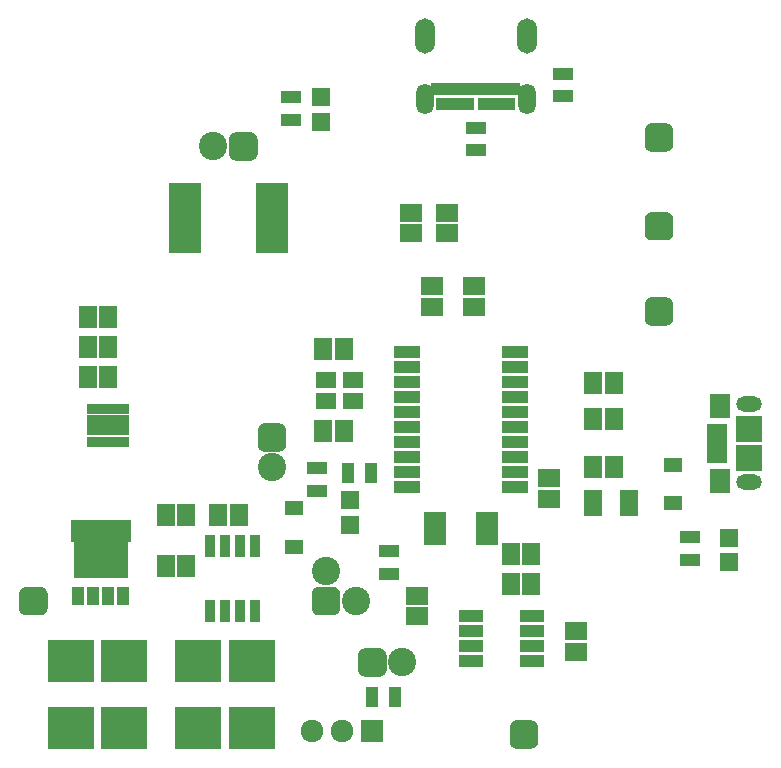
<source format=gbr>
G04 #@! TF.GenerationSoftware,KiCad,Pcbnew,(5.0.0)*
G04 #@! TF.CreationDate,2020-08-04T09:55:42-04:00*
G04 #@! TF.ProjectId,Lighting,4C69676874696E672E6B696361645F70,1*
G04 #@! TF.SameCoordinates,Original*
G04 #@! TF.FileFunction,Soldermask,Top*
G04 #@! TF.FilePolarity,Negative*
%FSLAX46Y46*%
G04 Gerber Fmt 4.6, Leading zero omitted, Abs format (unit mm)*
G04 Created by KiCad (PCBNEW (5.0.0)) date 08/04/20 09:55:42*
%MOMM*%
%LPD*%
G01*
G04 APERTURE LIST*
%ADD10R,2.700000X6.000000*%
%ADD11O,2.200000X1.300000*%
%ADD12R,2.300000X2.300000*%
%ADD13R,1.800000X2.000000*%
%ADD14R,1.750000X0.800000*%
%ADD15R,1.870000X1.560000*%
%ADD16R,1.600000X1.600000*%
%ADD17R,3.650000X1.700000*%
%ADD18R,3.650000X0.880000*%
%ADD19C,2.400000*%
%ADD20C,0.100000*%
%ADD21R,5.100000X1.900000*%
%ADD22R,4.600000X3.500000*%
%ADD23R,1.100000X1.550000*%
%ADD24R,1.700000X1.100000*%
%ADD25R,1.100000X1.700000*%
%ADD26R,3.950000X3.600000*%
%ADD27C,1.924000*%
%ADD28R,1.924000X1.924000*%
%ADD29R,1.700000X1.450000*%
%ADD30R,0.968000X1.854899*%
%ADD31R,1.560000X1.870000*%
%ADD32O,1.700000X3.000000*%
%ADD33O,1.500000X2.600000*%
%ADD34R,1.400000X1.100000*%
%ADD35R,0.700000X1.100000*%
%ADD36R,1.500000X2.300000*%
%ADD37R,2.110000X1.010000*%
%ADD38R,2.300000X1.000000*%
%ADD39R,1.620000X1.310000*%
%ADD40R,1.850000X0.850000*%
G04 APERTURE END LIST*
D10*
G04 #@! TO.C,R11*
X220455000Y-77470000D03*
X227855000Y-77470000D03*
G04 #@! TD*
D11*
G04 #@! TO.C,J2*
X268224000Y-93220000D03*
X268224000Y-99820000D03*
D12*
X268224000Y-95320000D03*
X268224000Y-97720000D03*
D13*
X265774000Y-93320000D03*
X265774000Y-99720000D03*
D14*
X265549000Y-95220000D03*
X265549000Y-95870000D03*
X265549000Y-96520000D03*
X265549000Y-97170000D03*
X265549000Y-97820000D03*
G04 #@! TD*
D15*
G04 #@! TO.C,C12*
X253619000Y-114159000D03*
X253619000Y-112409000D03*
G04 #@! TD*
D16*
G04 #@! TO.C,D5*
X234442000Y-101346000D03*
X234442000Y-103446000D03*
G04 #@! TD*
G04 #@! TO.C,D6*
X266500017Y-104492488D03*
X266500017Y-106592488D03*
G04 #@! TD*
D17*
G04 #@! TO.C,D7*
X214000000Y-95000000D03*
D18*
X214000000Y-96390000D03*
X214000000Y-93610000D03*
G04 #@! TD*
D16*
G04 #@! TO.C,D8*
X232018567Y-67194571D03*
X232018567Y-69294571D03*
G04 #@! TD*
D19*
G04 #@! TO.C,JP1*
X227838000Y-98552000D03*
D20*
G36*
X228496810Y-94814889D02*
X228555054Y-94823529D01*
X228612171Y-94837836D01*
X228667610Y-94857672D01*
X228720838Y-94882847D01*
X228771342Y-94913118D01*
X228818636Y-94948194D01*
X228862264Y-94987736D01*
X228901806Y-95031364D01*
X228936882Y-95078658D01*
X228967153Y-95129162D01*
X228992328Y-95182390D01*
X229012164Y-95237829D01*
X229026471Y-95294946D01*
X229035111Y-95353190D01*
X229038000Y-95412000D01*
X229038000Y-96612000D01*
X229035111Y-96670810D01*
X229026471Y-96729054D01*
X229012164Y-96786171D01*
X228992328Y-96841610D01*
X228967153Y-96894838D01*
X228936882Y-96945342D01*
X228901806Y-96992636D01*
X228862264Y-97036264D01*
X228818636Y-97075806D01*
X228771342Y-97110882D01*
X228720838Y-97141153D01*
X228667610Y-97166328D01*
X228612171Y-97186164D01*
X228555054Y-97200471D01*
X228496810Y-97209111D01*
X228438000Y-97212000D01*
X227238000Y-97212000D01*
X227179190Y-97209111D01*
X227120946Y-97200471D01*
X227063829Y-97186164D01*
X227008390Y-97166328D01*
X226955162Y-97141153D01*
X226904658Y-97110882D01*
X226857364Y-97075806D01*
X226813736Y-97036264D01*
X226774194Y-96992636D01*
X226739118Y-96945342D01*
X226708847Y-96894838D01*
X226683672Y-96841610D01*
X226663836Y-96786171D01*
X226649529Y-96729054D01*
X226640889Y-96670810D01*
X226638000Y-96612000D01*
X226638000Y-95412000D01*
X226640889Y-95353190D01*
X226649529Y-95294946D01*
X226663836Y-95237829D01*
X226683672Y-95182390D01*
X226708847Y-95129162D01*
X226739118Y-95078658D01*
X226774194Y-95031364D01*
X226813736Y-94987736D01*
X226857364Y-94948194D01*
X226904658Y-94913118D01*
X226955162Y-94882847D01*
X227008390Y-94857672D01*
X227063829Y-94837836D01*
X227120946Y-94823529D01*
X227179190Y-94814889D01*
X227238000Y-94812000D01*
X228438000Y-94812000D01*
X228496810Y-94814889D01*
X228496810Y-94814889D01*
G37*
D19*
X227838000Y-96012000D03*
G04 #@! TD*
G04 #@! TO.C,JP2*
X238887000Y-115062000D03*
D20*
G36*
X237005810Y-113864889D02*
X237064054Y-113873529D01*
X237121171Y-113887836D01*
X237176610Y-113907672D01*
X237229838Y-113932847D01*
X237280342Y-113963118D01*
X237327636Y-113998194D01*
X237371264Y-114037736D01*
X237410806Y-114081364D01*
X237445882Y-114128658D01*
X237476153Y-114179162D01*
X237501328Y-114232390D01*
X237521164Y-114287829D01*
X237535471Y-114344946D01*
X237544111Y-114403190D01*
X237547000Y-114462000D01*
X237547000Y-115662000D01*
X237544111Y-115720810D01*
X237535471Y-115779054D01*
X237521164Y-115836171D01*
X237501328Y-115891610D01*
X237476153Y-115944838D01*
X237445882Y-115995342D01*
X237410806Y-116042636D01*
X237371264Y-116086264D01*
X237327636Y-116125806D01*
X237280342Y-116160882D01*
X237229838Y-116191153D01*
X237176610Y-116216328D01*
X237121171Y-116236164D01*
X237064054Y-116250471D01*
X237005810Y-116259111D01*
X236947000Y-116262000D01*
X235747000Y-116262000D01*
X235688190Y-116259111D01*
X235629946Y-116250471D01*
X235572829Y-116236164D01*
X235517390Y-116216328D01*
X235464162Y-116191153D01*
X235413658Y-116160882D01*
X235366364Y-116125806D01*
X235322736Y-116086264D01*
X235283194Y-116042636D01*
X235248118Y-115995342D01*
X235217847Y-115944838D01*
X235192672Y-115891610D01*
X235172836Y-115836171D01*
X235158529Y-115779054D01*
X235149889Y-115720810D01*
X235147000Y-115662000D01*
X235147000Y-114462000D01*
X235149889Y-114403190D01*
X235158529Y-114344946D01*
X235172836Y-114287829D01*
X235192672Y-114232390D01*
X235217847Y-114179162D01*
X235248118Y-114128658D01*
X235283194Y-114081364D01*
X235322736Y-114037736D01*
X235366364Y-113998194D01*
X235413658Y-113963118D01*
X235464162Y-113932847D01*
X235517390Y-113907672D01*
X235572829Y-113887836D01*
X235629946Y-113873529D01*
X235688190Y-113864889D01*
X235747000Y-113862000D01*
X236947000Y-113862000D01*
X237005810Y-113864889D01*
X237005810Y-113864889D01*
G37*
D19*
X236347000Y-115062000D03*
G04 #@! TD*
G04 #@! TO.C,JP5*
X222885000Y-71374000D03*
D20*
G36*
X226083810Y-70176889D02*
X226142054Y-70185529D01*
X226199171Y-70199836D01*
X226254610Y-70219672D01*
X226307838Y-70244847D01*
X226358342Y-70275118D01*
X226405636Y-70310194D01*
X226449264Y-70349736D01*
X226488806Y-70393364D01*
X226523882Y-70440658D01*
X226554153Y-70491162D01*
X226579328Y-70544390D01*
X226599164Y-70599829D01*
X226613471Y-70656946D01*
X226622111Y-70715190D01*
X226625000Y-70774000D01*
X226625000Y-71974000D01*
X226622111Y-72032810D01*
X226613471Y-72091054D01*
X226599164Y-72148171D01*
X226579328Y-72203610D01*
X226554153Y-72256838D01*
X226523882Y-72307342D01*
X226488806Y-72354636D01*
X226449264Y-72398264D01*
X226405636Y-72437806D01*
X226358342Y-72472882D01*
X226307838Y-72503153D01*
X226254610Y-72528328D01*
X226199171Y-72548164D01*
X226142054Y-72562471D01*
X226083810Y-72571111D01*
X226025000Y-72574000D01*
X224825000Y-72574000D01*
X224766190Y-72571111D01*
X224707946Y-72562471D01*
X224650829Y-72548164D01*
X224595390Y-72528328D01*
X224542162Y-72503153D01*
X224491658Y-72472882D01*
X224444364Y-72437806D01*
X224400736Y-72398264D01*
X224361194Y-72354636D01*
X224326118Y-72307342D01*
X224295847Y-72256838D01*
X224270672Y-72203610D01*
X224250836Y-72148171D01*
X224236529Y-72091054D01*
X224227889Y-72032810D01*
X224225000Y-71974000D01*
X224225000Y-70774000D01*
X224227889Y-70715190D01*
X224236529Y-70656946D01*
X224250836Y-70599829D01*
X224270672Y-70544390D01*
X224295847Y-70491162D01*
X224326118Y-70440658D01*
X224361194Y-70393364D01*
X224400736Y-70349736D01*
X224444364Y-70310194D01*
X224491658Y-70275118D01*
X224542162Y-70244847D01*
X224595390Y-70219672D01*
X224650829Y-70199836D01*
X224707946Y-70185529D01*
X224766190Y-70176889D01*
X224825000Y-70174000D01*
X226025000Y-70174000D01*
X226083810Y-70176889D01*
X226083810Y-70176889D01*
G37*
D19*
X225425000Y-71374000D03*
G04 #@! TD*
D21*
G04 #@! TO.C,Q1*
X213360000Y-103930000D03*
D22*
X213360000Y-106230000D03*
D23*
X213995000Y-109405000D03*
X212725000Y-109405000D03*
X215265000Y-109405000D03*
X211455000Y-109405000D03*
G04 #@! TD*
D24*
G04 #@! TO.C,R1*
X231648000Y-98618000D03*
X231648000Y-100518000D03*
G04 #@! TD*
G04 #@! TO.C,R2*
X252476000Y-67117000D03*
X252476000Y-65217000D03*
G04 #@! TD*
G04 #@! TO.C,R3*
X245110000Y-71689000D03*
X245110000Y-69789000D03*
G04 #@! TD*
G04 #@! TO.C,R4*
X237744000Y-107564000D03*
X237744000Y-105664000D03*
G04 #@! TD*
D25*
G04 #@! TO.C,R5*
X236347000Y-117983000D03*
X238247000Y-117983000D03*
G04 #@! TD*
G04 #@! TO.C,R13*
X234315000Y-99060000D03*
X236215000Y-99060000D03*
G04 #@! TD*
D26*
G04 #@! TO.C,R18*
X210800090Y-114949116D03*
X215350090Y-114949116D03*
G04 #@! TD*
G04 #@! TO.C,R19*
X221615000Y-114935000D03*
X226165000Y-114935000D03*
G04 #@! TD*
D24*
G04 #@! TO.C,R20*
X263271000Y-104465488D03*
X263271000Y-106365488D03*
G04 #@! TD*
D26*
G04 #@! TO.C,R21*
X210800090Y-120650000D03*
X215350090Y-120650000D03*
G04 #@! TD*
G04 #@! TO.C,R22*
X221615000Y-120650000D03*
X226165000Y-120650000D03*
G04 #@! TD*
D24*
G04 #@! TO.C,R23*
X229478567Y-67208400D03*
X229478567Y-69108400D03*
G04 #@! TD*
D27*
G04 #@! TO.C,RV1*
X231267000Y-120904000D03*
X233807000Y-120904000D03*
D28*
X236347000Y-120904000D03*
G04 #@! TD*
D20*
G04 #@! TO.C,TP2*
G36*
X261262810Y-84146889D02*
X261321054Y-84155529D01*
X261378171Y-84169836D01*
X261433610Y-84189672D01*
X261486838Y-84214847D01*
X261537342Y-84245118D01*
X261584636Y-84280194D01*
X261628264Y-84319736D01*
X261667806Y-84363364D01*
X261702882Y-84410658D01*
X261733153Y-84461162D01*
X261758328Y-84514390D01*
X261778164Y-84569829D01*
X261792471Y-84626946D01*
X261801111Y-84685190D01*
X261804000Y-84744000D01*
X261804000Y-85944000D01*
X261801111Y-86002810D01*
X261792471Y-86061054D01*
X261778164Y-86118171D01*
X261758328Y-86173610D01*
X261733153Y-86226838D01*
X261702882Y-86277342D01*
X261667806Y-86324636D01*
X261628264Y-86368264D01*
X261584636Y-86407806D01*
X261537342Y-86442882D01*
X261486838Y-86473153D01*
X261433610Y-86498328D01*
X261378171Y-86518164D01*
X261321054Y-86532471D01*
X261262810Y-86541111D01*
X261204000Y-86544000D01*
X260004000Y-86544000D01*
X259945190Y-86541111D01*
X259886946Y-86532471D01*
X259829829Y-86518164D01*
X259774390Y-86498328D01*
X259721162Y-86473153D01*
X259670658Y-86442882D01*
X259623364Y-86407806D01*
X259579736Y-86368264D01*
X259540194Y-86324636D01*
X259505118Y-86277342D01*
X259474847Y-86226838D01*
X259449672Y-86173610D01*
X259429836Y-86118171D01*
X259415529Y-86061054D01*
X259406889Y-86002810D01*
X259404000Y-85944000D01*
X259404000Y-84744000D01*
X259406889Y-84685190D01*
X259415529Y-84626946D01*
X259429836Y-84569829D01*
X259449672Y-84514390D01*
X259474847Y-84461162D01*
X259505118Y-84410658D01*
X259540194Y-84363364D01*
X259579736Y-84319736D01*
X259623364Y-84280194D01*
X259670658Y-84245118D01*
X259721162Y-84214847D01*
X259774390Y-84189672D01*
X259829829Y-84169836D01*
X259886946Y-84155529D01*
X259945190Y-84146889D01*
X260004000Y-84144000D01*
X261204000Y-84144000D01*
X261262810Y-84146889D01*
X261262810Y-84146889D01*
G37*
D19*
X260604000Y-85344000D03*
G04 #@! TD*
D20*
G04 #@! TO.C,TP3*
G36*
X249832810Y-119960889D02*
X249891054Y-119969529D01*
X249948171Y-119983836D01*
X250003610Y-120003672D01*
X250056838Y-120028847D01*
X250107342Y-120059118D01*
X250154636Y-120094194D01*
X250198264Y-120133736D01*
X250237806Y-120177364D01*
X250272882Y-120224658D01*
X250303153Y-120275162D01*
X250328328Y-120328390D01*
X250348164Y-120383829D01*
X250362471Y-120440946D01*
X250371111Y-120499190D01*
X250374000Y-120558000D01*
X250374000Y-121758000D01*
X250371111Y-121816810D01*
X250362471Y-121875054D01*
X250348164Y-121932171D01*
X250328328Y-121987610D01*
X250303153Y-122040838D01*
X250272882Y-122091342D01*
X250237806Y-122138636D01*
X250198264Y-122182264D01*
X250154636Y-122221806D01*
X250107342Y-122256882D01*
X250056838Y-122287153D01*
X250003610Y-122312328D01*
X249948171Y-122332164D01*
X249891054Y-122346471D01*
X249832810Y-122355111D01*
X249774000Y-122358000D01*
X248574000Y-122358000D01*
X248515190Y-122355111D01*
X248456946Y-122346471D01*
X248399829Y-122332164D01*
X248344390Y-122312328D01*
X248291162Y-122287153D01*
X248240658Y-122256882D01*
X248193364Y-122221806D01*
X248149736Y-122182264D01*
X248110194Y-122138636D01*
X248075118Y-122091342D01*
X248044847Y-122040838D01*
X248019672Y-121987610D01*
X247999836Y-121932171D01*
X247985529Y-121875054D01*
X247976889Y-121816810D01*
X247974000Y-121758000D01*
X247974000Y-120558000D01*
X247976889Y-120499190D01*
X247985529Y-120440946D01*
X247999836Y-120383829D01*
X248019672Y-120328390D01*
X248044847Y-120275162D01*
X248075118Y-120224658D01*
X248110194Y-120177364D01*
X248149736Y-120133736D01*
X248193364Y-120094194D01*
X248240658Y-120059118D01*
X248291162Y-120028847D01*
X248344390Y-120003672D01*
X248399829Y-119983836D01*
X248456946Y-119969529D01*
X248515190Y-119960889D01*
X248574000Y-119958000D01*
X249774000Y-119958000D01*
X249832810Y-119960889D01*
X249832810Y-119960889D01*
G37*
D19*
X249174000Y-121158000D03*
G04 #@! TD*
D29*
G04 #@! TO.C,Y1*
X234703000Y-92964000D03*
X232403000Y-91114000D03*
X232403000Y-92964000D03*
X234703000Y-91114000D03*
G04 #@! TD*
D20*
G04 #@! TO.C,Vs1*
G36*
X208303810Y-108657889D02*
X208362054Y-108666529D01*
X208419171Y-108680836D01*
X208474610Y-108700672D01*
X208527838Y-108725847D01*
X208578342Y-108756118D01*
X208625636Y-108791194D01*
X208669264Y-108830736D01*
X208708806Y-108874364D01*
X208743882Y-108921658D01*
X208774153Y-108972162D01*
X208799328Y-109025390D01*
X208819164Y-109080829D01*
X208833471Y-109137946D01*
X208842111Y-109196190D01*
X208845000Y-109255000D01*
X208845000Y-110455000D01*
X208842111Y-110513810D01*
X208833471Y-110572054D01*
X208819164Y-110629171D01*
X208799328Y-110684610D01*
X208774153Y-110737838D01*
X208743882Y-110788342D01*
X208708806Y-110835636D01*
X208669264Y-110879264D01*
X208625636Y-110918806D01*
X208578342Y-110953882D01*
X208527838Y-110984153D01*
X208474610Y-111009328D01*
X208419171Y-111029164D01*
X208362054Y-111043471D01*
X208303810Y-111052111D01*
X208245000Y-111055000D01*
X207045000Y-111055000D01*
X206986190Y-111052111D01*
X206927946Y-111043471D01*
X206870829Y-111029164D01*
X206815390Y-111009328D01*
X206762162Y-110984153D01*
X206711658Y-110953882D01*
X206664364Y-110918806D01*
X206620736Y-110879264D01*
X206581194Y-110835636D01*
X206546118Y-110788342D01*
X206515847Y-110737838D01*
X206490672Y-110684610D01*
X206470836Y-110629171D01*
X206456529Y-110572054D01*
X206447889Y-110513810D01*
X206445000Y-110455000D01*
X206445000Y-109255000D01*
X206447889Y-109196190D01*
X206456529Y-109137946D01*
X206470836Y-109080829D01*
X206490672Y-109025390D01*
X206515847Y-108972162D01*
X206546118Y-108921658D01*
X206581194Y-108874364D01*
X206620736Y-108830736D01*
X206664364Y-108791194D01*
X206711658Y-108756118D01*
X206762162Y-108725847D01*
X206815390Y-108700672D01*
X206870829Y-108680836D01*
X206927946Y-108666529D01*
X206986190Y-108657889D01*
X207045000Y-108655000D01*
X208245000Y-108655000D01*
X208303810Y-108657889D01*
X208303810Y-108657889D01*
G37*
D19*
X207645000Y-109855000D03*
G04 #@! TD*
D30*
G04 #@! TO.C,U4*
X222631000Y-105228652D03*
X223901000Y-105228652D03*
X225171000Y-105228652D03*
X226441000Y-105228652D03*
X226441000Y-110671348D03*
X225171000Y-110671348D03*
X223901000Y-110671348D03*
X222631000Y-110671348D03*
G04 #@! TD*
D31*
G04 #@! TO.C,C16*
X225030000Y-102616000D03*
X223280000Y-102616000D03*
G04 #@! TD*
G04 #@! TO.C,C17*
X218835000Y-102616000D03*
X220585000Y-102616000D03*
G04 #@! TD*
G04 #@! TO.C,C19*
X218835000Y-106934000D03*
X220585000Y-106934000D03*
G04 #@! TD*
G04 #@! TO.C,C13*
X256766000Y-98552000D03*
X255016000Y-98552000D03*
G04 #@! TD*
G04 #@! TO.C,C14*
X256766000Y-94488000D03*
X255016000Y-94488000D03*
G04 #@! TD*
G04 #@! TO.C,C15*
X256766000Y-91440000D03*
X255016000Y-91440000D03*
G04 #@! TD*
D32*
G04 #@! TO.C,J1*
X240790000Y-62008000D03*
X249430000Y-62008000D03*
D33*
X240790000Y-67368000D03*
X249430000Y-67368000D03*
D34*
X248210000Y-66478000D03*
D35*
X247360000Y-66478000D03*
X246860000Y-66478000D03*
X246360000Y-66478000D03*
X245860000Y-66478000D03*
X245360000Y-66478000D03*
X244860000Y-66478000D03*
X244360000Y-66478000D03*
X243860000Y-66478000D03*
X243360000Y-66478000D03*
X242860000Y-66478000D03*
D34*
X242010000Y-66478000D03*
D35*
X242110000Y-67778000D03*
X242610000Y-67778000D03*
X243110000Y-67778000D03*
X243610000Y-67778000D03*
X244110000Y-67778000D03*
X244610000Y-67778000D03*
X245610000Y-67778000D03*
X246110000Y-67778000D03*
X246610000Y-67778000D03*
X247110000Y-67778000D03*
X247610000Y-67778000D03*
X248110000Y-67778000D03*
G04 #@! TD*
D36*
G04 #@! TO.C,R16*
X258040000Y-101600000D03*
X255040000Y-101600000D03*
G04 #@! TD*
D15*
G04 #@! TO.C,C6*
X242697000Y-78740000D03*
X242697000Y-76990000D03*
G04 #@! TD*
G04 #@! TO.C,C7*
X239649000Y-78740000D03*
X239649000Y-76990000D03*
G04 #@! TD*
D31*
G04 #@! TO.C,C18*
X212231000Y-85788500D03*
X213981000Y-85788500D03*
G04 #@! TD*
G04 #@! TO.C,C20*
X212231000Y-90868500D03*
X213981000Y-90868500D03*
G04 #@! TD*
G04 #@! TO.C,C21*
X212231000Y-88328500D03*
X213981000Y-88328500D03*
G04 #@! TD*
D37*
G04 #@! TO.C,U5*
X249874000Y-111125000D03*
X249874000Y-112395000D03*
X249874000Y-113665000D03*
X249874000Y-114935000D03*
X244664000Y-114935000D03*
X244664000Y-113665000D03*
X244664000Y-112395000D03*
X244664000Y-111125000D03*
G04 #@! TD*
D31*
G04 #@! TO.C,C9*
X249795000Y-108458000D03*
X248045000Y-108458000D03*
G04 #@! TD*
G04 #@! TO.C,C10*
X249795000Y-105918000D03*
X248045000Y-105918000D03*
G04 #@! TD*
D15*
G04 #@! TO.C,C11*
X240131600Y-111161800D03*
X240131600Y-109411800D03*
G04 #@! TD*
D31*
G04 #@! TO.C,C3*
X232170000Y-88519000D03*
X233920000Y-88519000D03*
G04 #@! TD*
G04 #@! TO.C,C4*
X233920000Y-95504000D03*
X232170000Y-95504000D03*
G04 #@! TD*
D15*
G04 #@! TO.C,C1*
X244983000Y-83213000D03*
X244983000Y-84963000D03*
G04 #@! TD*
G04 #@! TO.C,C2*
X241427000Y-83213000D03*
X241427000Y-84963000D03*
G04 #@! TD*
G04 #@! TO.C,C5*
X251333000Y-101205000D03*
X251333000Y-99455000D03*
G04 #@! TD*
D38*
G04 #@! TO.C,U1*
X248440000Y-88773000D03*
X248440000Y-90043000D03*
X248440000Y-91313000D03*
X248440000Y-92583000D03*
X248440000Y-93853000D03*
X248440000Y-95123000D03*
X248440000Y-96393000D03*
X248440000Y-97663000D03*
X248440000Y-98933000D03*
X248440000Y-100203000D03*
X239240000Y-100203000D03*
X239240000Y-98933000D03*
X239240000Y-97663000D03*
X239240000Y-96393000D03*
X239240000Y-95123000D03*
X239240000Y-93853000D03*
X239240000Y-92583000D03*
X239240000Y-91313000D03*
X239240000Y-90043000D03*
X239240000Y-88773000D03*
G04 #@! TD*
D39*
G04 #@! TO.C,D1*
X261772400Y-98320000D03*
X261772400Y-101600000D03*
G04 #@! TD*
G04 #@! TO.C,D2*
X229743000Y-102003000D03*
X229743000Y-105283000D03*
G04 #@! TD*
D20*
G04 #@! TO.C,TP1*
G36*
X261262810Y-69414889D02*
X261321054Y-69423529D01*
X261378171Y-69437836D01*
X261433610Y-69457672D01*
X261486838Y-69482847D01*
X261537342Y-69513118D01*
X261584636Y-69548194D01*
X261628264Y-69587736D01*
X261667806Y-69631364D01*
X261702882Y-69678658D01*
X261733153Y-69729162D01*
X261758328Y-69782390D01*
X261778164Y-69837829D01*
X261792471Y-69894946D01*
X261801111Y-69953190D01*
X261804000Y-70012000D01*
X261804000Y-71212000D01*
X261801111Y-71270810D01*
X261792471Y-71329054D01*
X261778164Y-71386171D01*
X261758328Y-71441610D01*
X261733153Y-71494838D01*
X261702882Y-71545342D01*
X261667806Y-71592636D01*
X261628264Y-71636264D01*
X261584636Y-71675806D01*
X261537342Y-71710882D01*
X261486838Y-71741153D01*
X261433610Y-71766328D01*
X261378171Y-71786164D01*
X261321054Y-71800471D01*
X261262810Y-71809111D01*
X261204000Y-71812000D01*
X260004000Y-71812000D01*
X259945190Y-71809111D01*
X259886946Y-71800471D01*
X259829829Y-71786164D01*
X259774390Y-71766328D01*
X259721162Y-71741153D01*
X259670658Y-71710882D01*
X259623364Y-71675806D01*
X259579736Y-71636264D01*
X259540194Y-71592636D01*
X259505118Y-71545342D01*
X259474847Y-71494838D01*
X259449672Y-71441610D01*
X259429836Y-71386171D01*
X259415529Y-71329054D01*
X259406889Y-71270810D01*
X259404000Y-71212000D01*
X259404000Y-70012000D01*
X259406889Y-69953190D01*
X259415529Y-69894946D01*
X259429836Y-69837829D01*
X259449672Y-69782390D01*
X259474847Y-69729162D01*
X259505118Y-69678658D01*
X259540194Y-69631364D01*
X259579736Y-69587736D01*
X259623364Y-69548194D01*
X259670658Y-69513118D01*
X259721162Y-69482847D01*
X259774390Y-69457672D01*
X259829829Y-69437836D01*
X259886946Y-69423529D01*
X259945190Y-69414889D01*
X260004000Y-69412000D01*
X261204000Y-69412000D01*
X261262810Y-69414889D01*
X261262810Y-69414889D01*
G37*
D19*
X260604000Y-70612000D03*
G04 #@! TD*
D20*
G04 #@! TO.C,TP4*
G36*
X261262810Y-76933289D02*
X261321054Y-76941929D01*
X261378171Y-76956236D01*
X261433610Y-76976072D01*
X261486838Y-77001247D01*
X261537342Y-77031518D01*
X261584636Y-77066594D01*
X261628264Y-77106136D01*
X261667806Y-77149764D01*
X261702882Y-77197058D01*
X261733153Y-77247562D01*
X261758328Y-77300790D01*
X261778164Y-77356229D01*
X261792471Y-77413346D01*
X261801111Y-77471590D01*
X261804000Y-77530400D01*
X261804000Y-78730400D01*
X261801111Y-78789210D01*
X261792471Y-78847454D01*
X261778164Y-78904571D01*
X261758328Y-78960010D01*
X261733153Y-79013238D01*
X261702882Y-79063742D01*
X261667806Y-79111036D01*
X261628264Y-79154664D01*
X261584636Y-79194206D01*
X261537342Y-79229282D01*
X261486838Y-79259553D01*
X261433610Y-79284728D01*
X261378171Y-79304564D01*
X261321054Y-79318871D01*
X261262810Y-79327511D01*
X261204000Y-79330400D01*
X260004000Y-79330400D01*
X259945190Y-79327511D01*
X259886946Y-79318871D01*
X259829829Y-79304564D01*
X259774390Y-79284728D01*
X259721162Y-79259553D01*
X259670658Y-79229282D01*
X259623364Y-79194206D01*
X259579736Y-79154664D01*
X259540194Y-79111036D01*
X259505118Y-79063742D01*
X259474847Y-79013238D01*
X259449672Y-78960010D01*
X259429836Y-78904571D01*
X259415529Y-78847454D01*
X259406889Y-78789210D01*
X259404000Y-78730400D01*
X259404000Y-77530400D01*
X259406889Y-77471590D01*
X259415529Y-77413346D01*
X259429836Y-77356229D01*
X259449672Y-77300790D01*
X259474847Y-77247562D01*
X259505118Y-77197058D01*
X259540194Y-77149764D01*
X259579736Y-77106136D01*
X259623364Y-77066594D01*
X259670658Y-77031518D01*
X259721162Y-77001247D01*
X259774390Y-76976072D01*
X259829829Y-76956236D01*
X259886946Y-76941929D01*
X259945190Y-76933289D01*
X260004000Y-76930400D01*
X261204000Y-76930400D01*
X261262810Y-76933289D01*
X261262810Y-76933289D01*
G37*
D19*
X260604000Y-78130400D03*
G04 #@! TD*
D40*
G04 #@! TO.C,U3*
X241640000Y-104734000D03*
X241640000Y-104084000D03*
X241640000Y-103434000D03*
X241640000Y-102784000D03*
X246040000Y-102784000D03*
X246040000Y-103434000D03*
X246040000Y-104084000D03*
X246040000Y-104734000D03*
G04 #@! TD*
D19*
G04 #@! TO.C,JP3*
X234950000Y-109855000D03*
X232410000Y-107315000D03*
D20*
G36*
X233068810Y-108657889D02*
X233127054Y-108666529D01*
X233184171Y-108680836D01*
X233239610Y-108700672D01*
X233292838Y-108725847D01*
X233343342Y-108756118D01*
X233390636Y-108791194D01*
X233434264Y-108830736D01*
X233473806Y-108874364D01*
X233508882Y-108921658D01*
X233539153Y-108972162D01*
X233564328Y-109025390D01*
X233584164Y-109080829D01*
X233598471Y-109137946D01*
X233607111Y-109196190D01*
X233610000Y-109255000D01*
X233610000Y-110455000D01*
X233607111Y-110513810D01*
X233598471Y-110572054D01*
X233584164Y-110629171D01*
X233564328Y-110684610D01*
X233539153Y-110737838D01*
X233508882Y-110788342D01*
X233473806Y-110835636D01*
X233434264Y-110879264D01*
X233390636Y-110918806D01*
X233343342Y-110953882D01*
X233292838Y-110984153D01*
X233239610Y-111009328D01*
X233184171Y-111029164D01*
X233127054Y-111043471D01*
X233068810Y-111052111D01*
X233010000Y-111055000D01*
X231810000Y-111055000D01*
X231751190Y-111052111D01*
X231692946Y-111043471D01*
X231635829Y-111029164D01*
X231580390Y-111009328D01*
X231527162Y-110984153D01*
X231476658Y-110953882D01*
X231429364Y-110918806D01*
X231385736Y-110879264D01*
X231346194Y-110835636D01*
X231311118Y-110788342D01*
X231280847Y-110737838D01*
X231255672Y-110684610D01*
X231235836Y-110629171D01*
X231221529Y-110572054D01*
X231212889Y-110513810D01*
X231210000Y-110455000D01*
X231210000Y-109255000D01*
X231212889Y-109196190D01*
X231221529Y-109137946D01*
X231235836Y-109080829D01*
X231255672Y-109025390D01*
X231280847Y-108972162D01*
X231311118Y-108921658D01*
X231346194Y-108874364D01*
X231385736Y-108830736D01*
X231429364Y-108791194D01*
X231476658Y-108756118D01*
X231527162Y-108725847D01*
X231580390Y-108700672D01*
X231635829Y-108680836D01*
X231692946Y-108666529D01*
X231751190Y-108657889D01*
X231810000Y-108655000D01*
X233010000Y-108655000D01*
X233068810Y-108657889D01*
X233068810Y-108657889D01*
G37*
D19*
X232410000Y-109855000D03*
G04 #@! TD*
M02*

</source>
